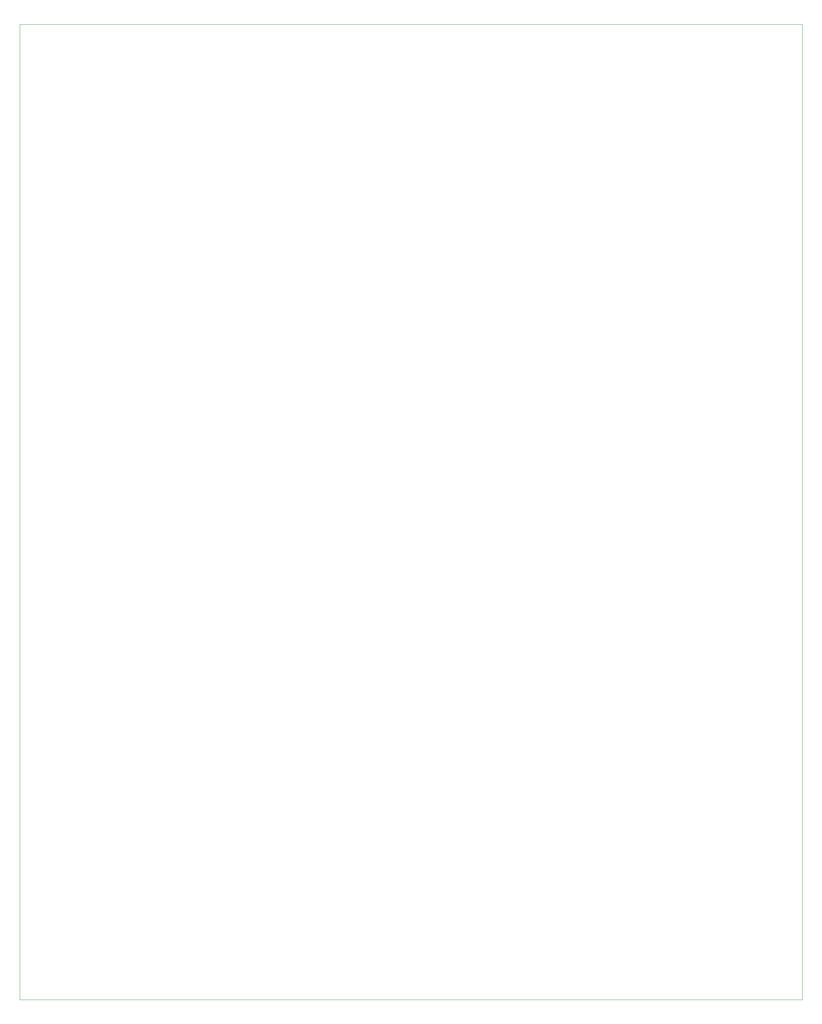
<source format=gm1>
G04 #@! TF.GenerationSoftware,KiCad,Pcbnew,8.0.4*
G04 #@! TF.CreationDate,2024-09-21T20:50:24+02:00*
G04 #@! TF.ProjectId,Keyboard,4b657962-6f61-4726-942e-6b696361645f,rev?*
G04 #@! TF.SameCoordinates,Original*
G04 #@! TF.FileFunction,Profile,NP*
%FSLAX46Y46*%
G04 Gerber Fmt 4.6, Leading zero omitted, Abs format (unit mm)*
G04 Created by KiCad (PCBNEW 8.0.4) date 2024-09-21 20:50:24*
%MOMM*%
%LPD*%
G01*
G04 APERTURE LIST*
G04 #@! TA.AperFunction,Profile*
%ADD10C,0.050000*%
G04 #@! TD*
G04 APERTURE END LIST*
D10*
X0Y232000000D02*
X188000000Y232000000D01*
X188000000Y-2000000D01*
X0Y-2000000D01*
X0Y232000000D01*
M02*

</source>
